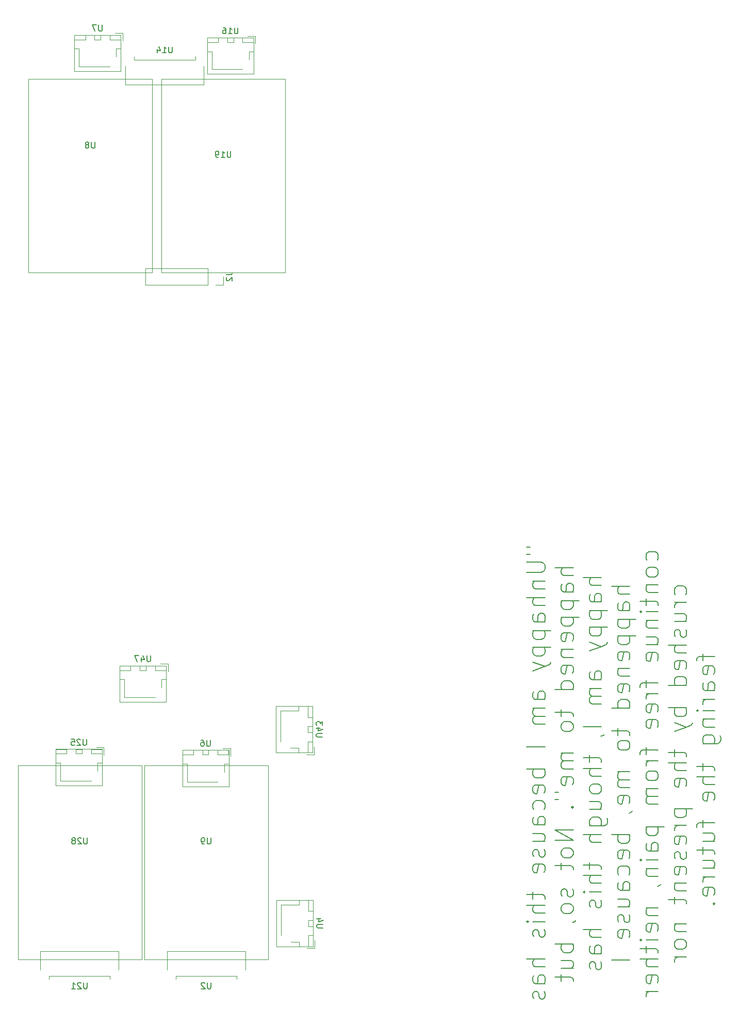
<source format=gbr>
G04 #@! TF.GenerationSoftware,KiCad,Pcbnew,5.1.5+dfsg1-2build2*
G04 #@! TF.CreationDate,2021-01-06T19:09:04+01:00*
G04 #@! TF.ProjectId,ariadne-v3-backup,61726961-646e-4652-9d76-332d6261636b,rev?*
G04 #@! TF.SameCoordinates,Original*
G04 #@! TF.FileFunction,Legend,Bot*
G04 #@! TF.FilePolarity,Positive*
%FSLAX46Y46*%
G04 Gerber Fmt 4.6, Leading zero omitted, Abs format (unit mm)*
G04 Created by KiCad (PCBNEW 5.1.5+dfsg1-2build2) date 2021-01-06 19:09:04*
%MOMM*%
%LPD*%
G04 APERTURE LIST*
%ADD10C,0.150000*%
%ADD11C,0.120000*%
G04 APERTURE END LIST*
D10*
X105277142Y-98195714D02*
X105848571Y-98195714D01*
X105277142Y-99338571D02*
X105848571Y-99338571D01*
X105277142Y-100624285D02*
X107705714Y-100624285D01*
X107991428Y-100767142D01*
X108134285Y-100910000D01*
X108277142Y-101195714D01*
X108277142Y-101767142D01*
X108134285Y-102052857D01*
X107991428Y-102195714D01*
X107705714Y-102338571D01*
X105277142Y-102338571D01*
X106277142Y-103767142D02*
X108277142Y-103767142D01*
X106562857Y-103767142D02*
X106420000Y-103910000D01*
X106277142Y-104195714D01*
X106277142Y-104624285D01*
X106420000Y-104910000D01*
X106705714Y-105052857D01*
X108277142Y-105052857D01*
X108277142Y-106481428D02*
X105277142Y-106481428D01*
X108277142Y-107767142D02*
X106705714Y-107767142D01*
X106420000Y-107624285D01*
X106277142Y-107338571D01*
X106277142Y-106910000D01*
X106420000Y-106624285D01*
X106562857Y-106481428D01*
X108277142Y-110481428D02*
X106705714Y-110481428D01*
X106420000Y-110338571D01*
X106277142Y-110052857D01*
X106277142Y-109481428D01*
X106420000Y-109195714D01*
X108134285Y-110481428D02*
X108277142Y-110195714D01*
X108277142Y-109481428D01*
X108134285Y-109195714D01*
X107848571Y-109052857D01*
X107562857Y-109052857D01*
X107277142Y-109195714D01*
X107134285Y-109481428D01*
X107134285Y-110195714D01*
X106991428Y-110481428D01*
X106277142Y-111910000D02*
X109277142Y-111910000D01*
X106420000Y-111910000D02*
X106277142Y-112195714D01*
X106277142Y-112767142D01*
X106420000Y-113052857D01*
X106562857Y-113195714D01*
X106848571Y-113338571D01*
X107705714Y-113338571D01*
X107991428Y-113195714D01*
X108134285Y-113052857D01*
X108277142Y-112767142D01*
X108277142Y-112195714D01*
X108134285Y-111910000D01*
X106277142Y-114624285D02*
X109277142Y-114624285D01*
X106420000Y-114624285D02*
X106277142Y-114910000D01*
X106277142Y-115481428D01*
X106420000Y-115767142D01*
X106562857Y-115910000D01*
X106848571Y-116052857D01*
X107705714Y-116052857D01*
X107991428Y-115910000D01*
X108134285Y-115767142D01*
X108277142Y-115481428D01*
X108277142Y-114910000D01*
X108134285Y-114624285D01*
X106277142Y-117052857D02*
X108277142Y-117767142D01*
X106277142Y-118481428D02*
X108277142Y-117767142D01*
X108991428Y-117481428D01*
X109134285Y-117338571D01*
X109277142Y-117052857D01*
X108277142Y-123195714D02*
X106705714Y-123195714D01*
X106420000Y-123052857D01*
X106277142Y-122767142D01*
X106277142Y-122195714D01*
X106420000Y-121910000D01*
X108134285Y-123195714D02*
X108277142Y-122910000D01*
X108277142Y-122195714D01*
X108134285Y-121910000D01*
X107848571Y-121767142D01*
X107562857Y-121767142D01*
X107277142Y-121910000D01*
X107134285Y-122195714D01*
X107134285Y-122910000D01*
X106991428Y-123195714D01*
X108277142Y-124624285D02*
X106277142Y-124624285D01*
X106562857Y-124624285D02*
X106420000Y-124767142D01*
X106277142Y-125052857D01*
X106277142Y-125481428D01*
X106420000Y-125767142D01*
X106705714Y-125910000D01*
X108277142Y-125910000D01*
X106705714Y-125910000D02*
X106420000Y-126052857D01*
X106277142Y-126338571D01*
X106277142Y-126767142D01*
X106420000Y-127052857D01*
X106705714Y-127195714D01*
X108277142Y-127195714D01*
X108277142Y-130910000D02*
X105277142Y-130910000D01*
X108277142Y-134624285D02*
X105277142Y-134624285D01*
X106420000Y-134624285D02*
X106277142Y-134910000D01*
X106277142Y-135481428D01*
X106420000Y-135767142D01*
X106562857Y-135910000D01*
X106848571Y-136052857D01*
X107705714Y-136052857D01*
X107991428Y-135910000D01*
X108134285Y-135767142D01*
X108277142Y-135481428D01*
X108277142Y-134910000D01*
X108134285Y-134624285D01*
X108134285Y-138481428D02*
X108277142Y-138195714D01*
X108277142Y-137624285D01*
X108134285Y-137338571D01*
X107848571Y-137195714D01*
X106705714Y-137195714D01*
X106420000Y-137338571D01*
X106277142Y-137624285D01*
X106277142Y-138195714D01*
X106420000Y-138481428D01*
X106705714Y-138624285D01*
X106991428Y-138624285D01*
X107277142Y-137195714D01*
X108134285Y-141195714D02*
X108277142Y-140910000D01*
X108277142Y-140338571D01*
X108134285Y-140052857D01*
X107991428Y-139910000D01*
X107705714Y-139767142D01*
X106848571Y-139767142D01*
X106562857Y-139910000D01*
X106420000Y-140052857D01*
X106277142Y-140338571D01*
X106277142Y-140910000D01*
X106420000Y-141195714D01*
X108277142Y-143767142D02*
X106705714Y-143767142D01*
X106420000Y-143624285D01*
X106277142Y-143338571D01*
X106277142Y-142767142D01*
X106420000Y-142481428D01*
X108134285Y-143767142D02*
X108277142Y-143481428D01*
X108277142Y-142767142D01*
X108134285Y-142481428D01*
X107848571Y-142338571D01*
X107562857Y-142338571D01*
X107277142Y-142481428D01*
X107134285Y-142767142D01*
X107134285Y-143481428D01*
X106991428Y-143767142D01*
X106277142Y-146481428D02*
X108277142Y-146481428D01*
X106277142Y-145195714D02*
X107848571Y-145195714D01*
X108134285Y-145338571D01*
X108277142Y-145624285D01*
X108277142Y-146052857D01*
X108134285Y-146338571D01*
X107991428Y-146481428D01*
X108134285Y-147767142D02*
X108277142Y-148052857D01*
X108277142Y-148624285D01*
X108134285Y-148910000D01*
X107848571Y-149052857D01*
X107705714Y-149052857D01*
X107420000Y-148910000D01*
X107277142Y-148624285D01*
X107277142Y-148195714D01*
X107134285Y-147910000D01*
X106848571Y-147767142D01*
X106705714Y-147767142D01*
X106420000Y-147910000D01*
X106277142Y-148195714D01*
X106277142Y-148624285D01*
X106420000Y-148910000D01*
X108134285Y-151481428D02*
X108277142Y-151195714D01*
X108277142Y-150624285D01*
X108134285Y-150338571D01*
X107848571Y-150195714D01*
X106705714Y-150195714D01*
X106420000Y-150338571D01*
X106277142Y-150624285D01*
X106277142Y-151195714D01*
X106420000Y-151481428D01*
X106705714Y-151624285D01*
X106991428Y-151624285D01*
X107277142Y-150195714D01*
X106277142Y-154767142D02*
X106277142Y-155910000D01*
X105277142Y-155195714D02*
X107848571Y-155195714D01*
X108134285Y-155338571D01*
X108277142Y-155624285D01*
X108277142Y-155910000D01*
X108277142Y-156910000D02*
X105277142Y-156910000D01*
X108277142Y-158195714D02*
X106705714Y-158195714D01*
X106420000Y-158052857D01*
X106277142Y-157767142D01*
X106277142Y-157338571D01*
X106420000Y-157052857D01*
X106562857Y-156910000D01*
X108277142Y-159624285D02*
X106277142Y-159624285D01*
X105277142Y-159624285D02*
X105420000Y-159481428D01*
X105562857Y-159624285D01*
X105420000Y-159767142D01*
X105277142Y-159624285D01*
X105562857Y-159624285D01*
X108134285Y-160910000D02*
X108277142Y-161195714D01*
X108277142Y-161767142D01*
X108134285Y-162052857D01*
X107848571Y-162195714D01*
X107705714Y-162195714D01*
X107420000Y-162052857D01*
X107277142Y-161767142D01*
X107277142Y-161338571D01*
X107134285Y-161052857D01*
X106848571Y-160910000D01*
X106705714Y-160910000D01*
X106420000Y-161052857D01*
X106277142Y-161338571D01*
X106277142Y-161767142D01*
X106420000Y-162052857D01*
X108277142Y-165767142D02*
X105277142Y-165767142D01*
X108277142Y-167052857D02*
X106705714Y-167052857D01*
X106420000Y-166910000D01*
X106277142Y-166624285D01*
X106277142Y-166195714D01*
X106420000Y-165910000D01*
X106562857Y-165767142D01*
X108277142Y-169767142D02*
X106705714Y-169767142D01*
X106420000Y-169624285D01*
X106277142Y-169338571D01*
X106277142Y-168767142D01*
X106420000Y-168481428D01*
X108134285Y-169767142D02*
X108277142Y-169481428D01*
X108277142Y-168767142D01*
X108134285Y-168481428D01*
X107848571Y-168338571D01*
X107562857Y-168338571D01*
X107277142Y-168481428D01*
X107134285Y-168767142D01*
X107134285Y-169481428D01*
X106991428Y-169767142D01*
X108134285Y-171052857D02*
X108277142Y-171338571D01*
X108277142Y-171910000D01*
X108134285Y-172195714D01*
X107848571Y-172338571D01*
X107705714Y-172338571D01*
X107420000Y-172195714D01*
X107277142Y-171910000D01*
X107277142Y-171481428D01*
X107134285Y-171195714D01*
X106848571Y-171052857D01*
X106705714Y-171052857D01*
X106420000Y-171195714D01*
X106277142Y-171481428D01*
X106277142Y-171910000D01*
X106420000Y-172195714D01*
X112927142Y-101552857D02*
X109927142Y-101552857D01*
X112927142Y-102838571D02*
X111355714Y-102838571D01*
X111070000Y-102695714D01*
X110927142Y-102410000D01*
X110927142Y-101981428D01*
X111070000Y-101695714D01*
X111212857Y-101552857D01*
X112927142Y-105552857D02*
X111355714Y-105552857D01*
X111070000Y-105410000D01*
X110927142Y-105124285D01*
X110927142Y-104552857D01*
X111070000Y-104267142D01*
X112784285Y-105552857D02*
X112927142Y-105267142D01*
X112927142Y-104552857D01*
X112784285Y-104267142D01*
X112498571Y-104124285D01*
X112212857Y-104124285D01*
X111927142Y-104267142D01*
X111784285Y-104552857D01*
X111784285Y-105267142D01*
X111641428Y-105552857D01*
X110927142Y-106981428D02*
X113927142Y-106981428D01*
X111070000Y-106981428D02*
X110927142Y-107267142D01*
X110927142Y-107838571D01*
X111070000Y-108124285D01*
X111212857Y-108267142D01*
X111498571Y-108410000D01*
X112355714Y-108410000D01*
X112641428Y-108267142D01*
X112784285Y-108124285D01*
X112927142Y-107838571D01*
X112927142Y-107267142D01*
X112784285Y-106981428D01*
X110927142Y-109695714D02*
X113927142Y-109695714D01*
X111070000Y-109695714D02*
X110927142Y-109981428D01*
X110927142Y-110552857D01*
X111070000Y-110838571D01*
X111212857Y-110981428D01*
X111498571Y-111124285D01*
X112355714Y-111124285D01*
X112641428Y-110981428D01*
X112784285Y-110838571D01*
X112927142Y-110552857D01*
X112927142Y-109981428D01*
X112784285Y-109695714D01*
X112784285Y-113552857D02*
X112927142Y-113267142D01*
X112927142Y-112695714D01*
X112784285Y-112410000D01*
X112498571Y-112267142D01*
X111355714Y-112267142D01*
X111070000Y-112410000D01*
X110927142Y-112695714D01*
X110927142Y-113267142D01*
X111070000Y-113552857D01*
X111355714Y-113695714D01*
X111641428Y-113695714D01*
X111927142Y-112267142D01*
X110927142Y-114981428D02*
X112927142Y-114981428D01*
X111212857Y-114981428D02*
X111070000Y-115124285D01*
X110927142Y-115410000D01*
X110927142Y-115838571D01*
X111070000Y-116124285D01*
X111355714Y-116267142D01*
X112927142Y-116267142D01*
X112784285Y-118838571D02*
X112927142Y-118552857D01*
X112927142Y-117981428D01*
X112784285Y-117695714D01*
X112498571Y-117552857D01*
X111355714Y-117552857D01*
X111070000Y-117695714D01*
X110927142Y-117981428D01*
X110927142Y-118552857D01*
X111070000Y-118838571D01*
X111355714Y-118981428D01*
X111641428Y-118981428D01*
X111927142Y-117552857D01*
X112927142Y-121552857D02*
X109927142Y-121552857D01*
X112784285Y-121552857D02*
X112927142Y-121267142D01*
X112927142Y-120695714D01*
X112784285Y-120410000D01*
X112641428Y-120267142D01*
X112355714Y-120124285D01*
X111498571Y-120124285D01*
X111212857Y-120267142D01*
X111070000Y-120410000D01*
X110927142Y-120695714D01*
X110927142Y-121267142D01*
X111070000Y-121552857D01*
X110927142Y-124838571D02*
X110927142Y-125981428D01*
X109927142Y-125267142D02*
X112498571Y-125267142D01*
X112784285Y-125410000D01*
X112927142Y-125695714D01*
X112927142Y-125981428D01*
X112927142Y-127410000D02*
X112784285Y-127124285D01*
X112641428Y-126981428D01*
X112355714Y-126838571D01*
X111498571Y-126838571D01*
X111212857Y-126981428D01*
X111070000Y-127124285D01*
X110927142Y-127410000D01*
X110927142Y-127838571D01*
X111070000Y-128124285D01*
X111212857Y-128267142D01*
X111498571Y-128410000D01*
X112355714Y-128410000D01*
X112641428Y-128267142D01*
X112784285Y-128124285D01*
X112927142Y-127838571D01*
X112927142Y-127410000D01*
X112927142Y-131981428D02*
X110927142Y-131981428D01*
X111212857Y-131981428D02*
X111070000Y-132124285D01*
X110927142Y-132410000D01*
X110927142Y-132838571D01*
X111070000Y-133124285D01*
X111355714Y-133267142D01*
X112927142Y-133267142D01*
X111355714Y-133267142D02*
X111070000Y-133410000D01*
X110927142Y-133695714D01*
X110927142Y-134124285D01*
X111070000Y-134410000D01*
X111355714Y-134552857D01*
X112927142Y-134552857D01*
X112784285Y-137124285D02*
X112927142Y-136838571D01*
X112927142Y-136267142D01*
X112784285Y-135981428D01*
X112498571Y-135838571D01*
X111355714Y-135838571D01*
X111070000Y-135981428D01*
X110927142Y-136267142D01*
X110927142Y-136838571D01*
X111070000Y-137124285D01*
X111355714Y-137267142D01*
X111641428Y-137267142D01*
X111927142Y-135838571D01*
X109927142Y-138410000D02*
X110498571Y-138410000D01*
X109927142Y-139552857D02*
X110498571Y-139552857D01*
X112641428Y-140838571D02*
X112784285Y-140981428D01*
X112927142Y-140838571D01*
X112784285Y-140695714D01*
X112641428Y-140838571D01*
X112927142Y-140838571D01*
X112927142Y-144552857D02*
X109927142Y-144552857D01*
X112927142Y-146267142D01*
X109927142Y-146267142D01*
X112927142Y-148124285D02*
X112784285Y-147838571D01*
X112641428Y-147695714D01*
X112355714Y-147552857D01*
X111498571Y-147552857D01*
X111212857Y-147695714D01*
X111070000Y-147838571D01*
X110927142Y-148124285D01*
X110927142Y-148552857D01*
X111070000Y-148838571D01*
X111212857Y-148981428D01*
X111498571Y-149124285D01*
X112355714Y-149124285D01*
X112641428Y-148981428D01*
X112784285Y-148838571D01*
X112927142Y-148552857D01*
X112927142Y-148124285D01*
X110927142Y-149981428D02*
X110927142Y-151124285D01*
X109927142Y-150410000D02*
X112498571Y-150410000D01*
X112784285Y-150552857D01*
X112927142Y-150838571D01*
X112927142Y-151124285D01*
X112784285Y-154267142D02*
X112927142Y-154552857D01*
X112927142Y-155124285D01*
X112784285Y-155410000D01*
X112498571Y-155552857D01*
X112355714Y-155552857D01*
X112070000Y-155410000D01*
X111927142Y-155124285D01*
X111927142Y-154695714D01*
X111784285Y-154410000D01*
X111498571Y-154267142D01*
X111355714Y-154267142D01*
X111070000Y-154410000D01*
X110927142Y-154695714D01*
X110927142Y-155124285D01*
X111070000Y-155410000D01*
X112927142Y-157267142D02*
X112784285Y-156981428D01*
X112641428Y-156838571D01*
X112355714Y-156695714D01*
X111498571Y-156695714D01*
X111212857Y-156838571D01*
X111070000Y-156981428D01*
X110927142Y-157267142D01*
X110927142Y-157695714D01*
X111070000Y-157981428D01*
X111212857Y-158124285D01*
X111498571Y-158267142D01*
X112355714Y-158267142D01*
X112641428Y-158124285D01*
X112784285Y-157981428D01*
X112927142Y-157695714D01*
X112927142Y-157267142D01*
X112784285Y-159695714D02*
X112927142Y-159695714D01*
X113212857Y-159552857D01*
X113355714Y-159410000D01*
X112927142Y-163267142D02*
X109927142Y-163267142D01*
X111070000Y-163267142D02*
X110927142Y-163552857D01*
X110927142Y-164124285D01*
X111070000Y-164410000D01*
X111212857Y-164552857D01*
X111498571Y-164695714D01*
X112355714Y-164695714D01*
X112641428Y-164552857D01*
X112784285Y-164410000D01*
X112927142Y-164124285D01*
X112927142Y-163552857D01*
X112784285Y-163267142D01*
X110927142Y-167267142D02*
X112927142Y-167267142D01*
X110927142Y-165981428D02*
X112498571Y-165981428D01*
X112784285Y-166124285D01*
X112927142Y-166410000D01*
X112927142Y-166838571D01*
X112784285Y-167124285D01*
X112641428Y-167267142D01*
X110927142Y-168267142D02*
X110927142Y-169410000D01*
X109927142Y-168695714D02*
X112498571Y-168695714D01*
X112784285Y-168838571D01*
X112927142Y-169124285D01*
X112927142Y-169410000D01*
X117577142Y-103195714D02*
X114577142Y-103195714D01*
X117577142Y-104481428D02*
X116005714Y-104481428D01*
X115720000Y-104338571D01*
X115577142Y-104052857D01*
X115577142Y-103624285D01*
X115720000Y-103338571D01*
X115862857Y-103195714D01*
X117577142Y-107195714D02*
X116005714Y-107195714D01*
X115720000Y-107052857D01*
X115577142Y-106767142D01*
X115577142Y-106195714D01*
X115720000Y-105910000D01*
X117434285Y-107195714D02*
X117577142Y-106910000D01*
X117577142Y-106195714D01*
X117434285Y-105910000D01*
X117148571Y-105767142D01*
X116862857Y-105767142D01*
X116577142Y-105910000D01*
X116434285Y-106195714D01*
X116434285Y-106910000D01*
X116291428Y-107195714D01*
X115577142Y-108624285D02*
X118577142Y-108624285D01*
X115720000Y-108624285D02*
X115577142Y-108910000D01*
X115577142Y-109481428D01*
X115720000Y-109767142D01*
X115862857Y-109910000D01*
X116148571Y-110052857D01*
X117005714Y-110052857D01*
X117291428Y-109910000D01*
X117434285Y-109767142D01*
X117577142Y-109481428D01*
X117577142Y-108910000D01*
X117434285Y-108624285D01*
X115577142Y-111338571D02*
X118577142Y-111338571D01*
X115720000Y-111338571D02*
X115577142Y-111624285D01*
X115577142Y-112195714D01*
X115720000Y-112481428D01*
X115862857Y-112624285D01*
X116148571Y-112767142D01*
X117005714Y-112767142D01*
X117291428Y-112624285D01*
X117434285Y-112481428D01*
X117577142Y-112195714D01*
X117577142Y-111624285D01*
X117434285Y-111338571D01*
X115577142Y-113767142D02*
X117577142Y-114481428D01*
X115577142Y-115195714D02*
X117577142Y-114481428D01*
X118291428Y-114195714D01*
X118434285Y-114052857D01*
X118577142Y-113767142D01*
X117577142Y-119910000D02*
X116005714Y-119910000D01*
X115720000Y-119767142D01*
X115577142Y-119481428D01*
X115577142Y-118910000D01*
X115720000Y-118624285D01*
X117434285Y-119910000D02*
X117577142Y-119624285D01*
X117577142Y-118910000D01*
X117434285Y-118624285D01*
X117148571Y-118481428D01*
X116862857Y-118481428D01*
X116577142Y-118624285D01*
X116434285Y-118910000D01*
X116434285Y-119624285D01*
X116291428Y-119910000D01*
X117577142Y-121338571D02*
X115577142Y-121338571D01*
X115862857Y-121338571D02*
X115720000Y-121481428D01*
X115577142Y-121767142D01*
X115577142Y-122195714D01*
X115720000Y-122481428D01*
X116005714Y-122624285D01*
X117577142Y-122624285D01*
X116005714Y-122624285D02*
X115720000Y-122767142D01*
X115577142Y-123052857D01*
X115577142Y-123481428D01*
X115720000Y-123767142D01*
X116005714Y-123910000D01*
X117577142Y-123910000D01*
X117577142Y-127624285D02*
X114577142Y-127624285D01*
X117434285Y-129195714D02*
X117577142Y-129195714D01*
X117862857Y-129052857D01*
X118005714Y-128910000D01*
X115577142Y-132338571D02*
X115577142Y-133481428D01*
X114577142Y-132767142D02*
X117148571Y-132767142D01*
X117434285Y-132910000D01*
X117577142Y-133195714D01*
X117577142Y-133481428D01*
X117577142Y-134481428D02*
X114577142Y-134481428D01*
X117577142Y-135767142D02*
X116005714Y-135767142D01*
X115720000Y-135624285D01*
X115577142Y-135338571D01*
X115577142Y-134910000D01*
X115720000Y-134624285D01*
X115862857Y-134481428D01*
X117577142Y-137624285D02*
X117434285Y-137338571D01*
X117291428Y-137195714D01*
X117005714Y-137052857D01*
X116148571Y-137052857D01*
X115862857Y-137195714D01*
X115720000Y-137338571D01*
X115577142Y-137624285D01*
X115577142Y-138052857D01*
X115720000Y-138338571D01*
X115862857Y-138481428D01*
X116148571Y-138624285D01*
X117005714Y-138624285D01*
X117291428Y-138481428D01*
X117434285Y-138338571D01*
X117577142Y-138052857D01*
X117577142Y-137624285D01*
X115577142Y-141195714D02*
X117577142Y-141195714D01*
X115577142Y-139910000D02*
X117148571Y-139910000D01*
X117434285Y-140052857D01*
X117577142Y-140338571D01*
X117577142Y-140767142D01*
X117434285Y-141052857D01*
X117291428Y-141195714D01*
X115577142Y-143910000D02*
X118005714Y-143910000D01*
X118291428Y-143767142D01*
X118434285Y-143624285D01*
X118577142Y-143338571D01*
X118577142Y-142910000D01*
X118434285Y-142624285D01*
X117434285Y-143910000D02*
X117577142Y-143624285D01*
X117577142Y-143052857D01*
X117434285Y-142767142D01*
X117291428Y-142624285D01*
X117005714Y-142481428D01*
X116148571Y-142481428D01*
X115862857Y-142624285D01*
X115720000Y-142767142D01*
X115577142Y-143052857D01*
X115577142Y-143624285D01*
X115720000Y-143910000D01*
X117577142Y-145338571D02*
X114577142Y-145338571D01*
X117577142Y-146624285D02*
X116005714Y-146624285D01*
X115720000Y-146481428D01*
X115577142Y-146195714D01*
X115577142Y-145767142D01*
X115720000Y-145481428D01*
X115862857Y-145338571D01*
X115577142Y-149910000D02*
X115577142Y-151052857D01*
X114577142Y-150338571D02*
X117148571Y-150338571D01*
X117434285Y-150481428D01*
X117577142Y-150767142D01*
X117577142Y-151052857D01*
X117577142Y-152052857D02*
X114577142Y-152052857D01*
X117577142Y-153338571D02*
X116005714Y-153338571D01*
X115720000Y-153195714D01*
X115577142Y-152910000D01*
X115577142Y-152481428D01*
X115720000Y-152195714D01*
X115862857Y-152052857D01*
X117577142Y-154767142D02*
X115577142Y-154767142D01*
X114577142Y-154767142D02*
X114720000Y-154624285D01*
X114862857Y-154767142D01*
X114720000Y-154910000D01*
X114577142Y-154767142D01*
X114862857Y-154767142D01*
X117434285Y-156052857D02*
X117577142Y-156338571D01*
X117577142Y-156910000D01*
X117434285Y-157195714D01*
X117148571Y-157338571D01*
X117005714Y-157338571D01*
X116720000Y-157195714D01*
X116577142Y-156910000D01*
X116577142Y-156481428D01*
X116434285Y-156195714D01*
X116148571Y-156052857D01*
X116005714Y-156052857D01*
X115720000Y-156195714D01*
X115577142Y-156481428D01*
X115577142Y-156910000D01*
X115720000Y-157195714D01*
X117577142Y-160910000D02*
X114577142Y-160910000D01*
X117577142Y-162195714D02*
X116005714Y-162195714D01*
X115720000Y-162052857D01*
X115577142Y-161767142D01*
X115577142Y-161338571D01*
X115720000Y-161052857D01*
X115862857Y-160910000D01*
X117577142Y-164910000D02*
X116005714Y-164910000D01*
X115720000Y-164767142D01*
X115577142Y-164481428D01*
X115577142Y-163910000D01*
X115720000Y-163624285D01*
X117434285Y-164910000D02*
X117577142Y-164624285D01*
X117577142Y-163910000D01*
X117434285Y-163624285D01*
X117148571Y-163481428D01*
X116862857Y-163481428D01*
X116577142Y-163624285D01*
X116434285Y-163910000D01*
X116434285Y-164624285D01*
X116291428Y-164910000D01*
X117434285Y-166195714D02*
X117577142Y-166481428D01*
X117577142Y-167052857D01*
X117434285Y-167338571D01*
X117148571Y-167481428D01*
X117005714Y-167481428D01*
X116720000Y-167338571D01*
X116577142Y-167052857D01*
X116577142Y-166624285D01*
X116434285Y-166338571D01*
X116148571Y-166195714D01*
X116005714Y-166195714D01*
X115720000Y-166338571D01*
X115577142Y-166624285D01*
X115577142Y-167052857D01*
X115720000Y-167338571D01*
X122227142Y-104624285D02*
X119227142Y-104624285D01*
X122227142Y-105910000D02*
X120655714Y-105910000D01*
X120370000Y-105767142D01*
X120227142Y-105481428D01*
X120227142Y-105052857D01*
X120370000Y-104767142D01*
X120512857Y-104624285D01*
X122227142Y-108624285D02*
X120655714Y-108624285D01*
X120370000Y-108481428D01*
X120227142Y-108195714D01*
X120227142Y-107624285D01*
X120370000Y-107338571D01*
X122084285Y-108624285D02*
X122227142Y-108338571D01*
X122227142Y-107624285D01*
X122084285Y-107338571D01*
X121798571Y-107195714D01*
X121512857Y-107195714D01*
X121227142Y-107338571D01*
X121084285Y-107624285D01*
X121084285Y-108338571D01*
X120941428Y-108624285D01*
X120227142Y-110052857D02*
X123227142Y-110052857D01*
X120370000Y-110052857D02*
X120227142Y-110338571D01*
X120227142Y-110910000D01*
X120370000Y-111195714D01*
X120512857Y-111338571D01*
X120798571Y-111481428D01*
X121655714Y-111481428D01*
X121941428Y-111338571D01*
X122084285Y-111195714D01*
X122227142Y-110910000D01*
X122227142Y-110338571D01*
X122084285Y-110052857D01*
X120227142Y-112767142D02*
X123227142Y-112767142D01*
X120370000Y-112767142D02*
X120227142Y-113052857D01*
X120227142Y-113624285D01*
X120370000Y-113910000D01*
X120512857Y-114052857D01*
X120798571Y-114195714D01*
X121655714Y-114195714D01*
X121941428Y-114052857D01*
X122084285Y-113910000D01*
X122227142Y-113624285D01*
X122227142Y-113052857D01*
X122084285Y-112767142D01*
X122084285Y-116624285D02*
X122227142Y-116338571D01*
X122227142Y-115767142D01*
X122084285Y-115481428D01*
X121798571Y-115338571D01*
X120655714Y-115338571D01*
X120370000Y-115481428D01*
X120227142Y-115767142D01*
X120227142Y-116338571D01*
X120370000Y-116624285D01*
X120655714Y-116767142D01*
X120941428Y-116767142D01*
X121227142Y-115338571D01*
X120227142Y-118052857D02*
X122227142Y-118052857D01*
X120512857Y-118052857D02*
X120370000Y-118195714D01*
X120227142Y-118481428D01*
X120227142Y-118910000D01*
X120370000Y-119195714D01*
X120655714Y-119338571D01*
X122227142Y-119338571D01*
X122084285Y-121910000D02*
X122227142Y-121624285D01*
X122227142Y-121052857D01*
X122084285Y-120767142D01*
X121798571Y-120624285D01*
X120655714Y-120624285D01*
X120370000Y-120767142D01*
X120227142Y-121052857D01*
X120227142Y-121624285D01*
X120370000Y-121910000D01*
X120655714Y-122052857D01*
X120941428Y-122052857D01*
X121227142Y-120624285D01*
X122227142Y-124624285D02*
X119227142Y-124624285D01*
X122084285Y-124624285D02*
X122227142Y-124338571D01*
X122227142Y-123767142D01*
X122084285Y-123481428D01*
X121941428Y-123338571D01*
X121655714Y-123195714D01*
X120798571Y-123195714D01*
X120512857Y-123338571D01*
X120370000Y-123481428D01*
X120227142Y-123767142D01*
X120227142Y-124338571D01*
X120370000Y-124624285D01*
X120227142Y-127910000D02*
X120227142Y-129052857D01*
X119227142Y-128338571D02*
X121798571Y-128338571D01*
X122084285Y-128481428D01*
X122227142Y-128767142D01*
X122227142Y-129052857D01*
X122227142Y-130481428D02*
X122084285Y-130195714D01*
X121941428Y-130052857D01*
X121655714Y-129910000D01*
X120798571Y-129910000D01*
X120512857Y-130052857D01*
X120370000Y-130195714D01*
X120227142Y-130481428D01*
X120227142Y-130910000D01*
X120370000Y-131195714D01*
X120512857Y-131338571D01*
X120798571Y-131481428D01*
X121655714Y-131481428D01*
X121941428Y-131338571D01*
X122084285Y-131195714D01*
X122227142Y-130910000D01*
X122227142Y-130481428D01*
X122227142Y-135052857D02*
X120227142Y-135052857D01*
X120512857Y-135052857D02*
X120370000Y-135195714D01*
X120227142Y-135481428D01*
X120227142Y-135910000D01*
X120370000Y-136195714D01*
X120655714Y-136338571D01*
X122227142Y-136338571D01*
X120655714Y-136338571D02*
X120370000Y-136481428D01*
X120227142Y-136767142D01*
X120227142Y-137195714D01*
X120370000Y-137481428D01*
X120655714Y-137624285D01*
X122227142Y-137624285D01*
X122084285Y-140195714D02*
X122227142Y-139910000D01*
X122227142Y-139338571D01*
X122084285Y-139052857D01*
X121798571Y-138910000D01*
X120655714Y-138910000D01*
X120370000Y-139052857D01*
X120227142Y-139338571D01*
X120227142Y-139910000D01*
X120370000Y-140195714D01*
X120655714Y-140338571D01*
X120941428Y-140338571D01*
X121227142Y-138910000D01*
X122084285Y-141767142D02*
X122227142Y-141767142D01*
X122512857Y-141624285D01*
X122655714Y-141481428D01*
X122227142Y-145338571D02*
X119227142Y-145338571D01*
X120370000Y-145338571D02*
X120227142Y-145624285D01*
X120227142Y-146195714D01*
X120370000Y-146481428D01*
X120512857Y-146624285D01*
X120798571Y-146767142D01*
X121655714Y-146767142D01*
X121941428Y-146624285D01*
X122084285Y-146481428D01*
X122227142Y-146195714D01*
X122227142Y-145624285D01*
X122084285Y-145338571D01*
X122084285Y-149195714D02*
X122227142Y-148910000D01*
X122227142Y-148338571D01*
X122084285Y-148052857D01*
X121798571Y-147910000D01*
X120655714Y-147910000D01*
X120370000Y-148052857D01*
X120227142Y-148338571D01*
X120227142Y-148910000D01*
X120370000Y-149195714D01*
X120655714Y-149338571D01*
X120941428Y-149338571D01*
X121227142Y-147910000D01*
X122084285Y-151910000D02*
X122227142Y-151624285D01*
X122227142Y-151052857D01*
X122084285Y-150767142D01*
X121941428Y-150624285D01*
X121655714Y-150481428D01*
X120798571Y-150481428D01*
X120512857Y-150624285D01*
X120370000Y-150767142D01*
X120227142Y-151052857D01*
X120227142Y-151624285D01*
X120370000Y-151910000D01*
X122227142Y-154481428D02*
X120655714Y-154481428D01*
X120370000Y-154338571D01*
X120227142Y-154052857D01*
X120227142Y-153481428D01*
X120370000Y-153195714D01*
X122084285Y-154481428D02*
X122227142Y-154195714D01*
X122227142Y-153481428D01*
X122084285Y-153195714D01*
X121798571Y-153052857D01*
X121512857Y-153052857D01*
X121227142Y-153195714D01*
X121084285Y-153481428D01*
X121084285Y-154195714D01*
X120941428Y-154481428D01*
X120227142Y-157195714D02*
X122227142Y-157195714D01*
X120227142Y-155910000D02*
X121798571Y-155910000D01*
X122084285Y-156052857D01*
X122227142Y-156338571D01*
X122227142Y-156767142D01*
X122084285Y-157052857D01*
X121941428Y-157195714D01*
X122084285Y-158481428D02*
X122227142Y-158767142D01*
X122227142Y-159338571D01*
X122084285Y-159624285D01*
X121798571Y-159767142D01*
X121655714Y-159767142D01*
X121370000Y-159624285D01*
X121227142Y-159338571D01*
X121227142Y-158910000D01*
X121084285Y-158624285D01*
X120798571Y-158481428D01*
X120655714Y-158481428D01*
X120370000Y-158624285D01*
X120227142Y-158910000D01*
X120227142Y-159338571D01*
X120370000Y-159624285D01*
X122084285Y-162195714D02*
X122227142Y-161910000D01*
X122227142Y-161338571D01*
X122084285Y-161052857D01*
X121798571Y-160910000D01*
X120655714Y-160910000D01*
X120370000Y-161052857D01*
X120227142Y-161338571D01*
X120227142Y-161910000D01*
X120370000Y-162195714D01*
X120655714Y-162338571D01*
X120941428Y-162338571D01*
X121227142Y-160910000D01*
X122227142Y-165910000D02*
X119227142Y-165910000D01*
X126734285Y-100338571D02*
X126877142Y-100052857D01*
X126877142Y-99481428D01*
X126734285Y-99195714D01*
X126591428Y-99052857D01*
X126305714Y-98910000D01*
X125448571Y-98910000D01*
X125162857Y-99052857D01*
X125020000Y-99195714D01*
X124877142Y-99481428D01*
X124877142Y-100052857D01*
X125020000Y-100338571D01*
X126877142Y-102052857D02*
X126734285Y-101767142D01*
X126591428Y-101624285D01*
X126305714Y-101481428D01*
X125448571Y-101481428D01*
X125162857Y-101624285D01*
X125020000Y-101767142D01*
X124877142Y-102052857D01*
X124877142Y-102481428D01*
X125020000Y-102767142D01*
X125162857Y-102910000D01*
X125448571Y-103052857D01*
X126305714Y-103052857D01*
X126591428Y-102910000D01*
X126734285Y-102767142D01*
X126877142Y-102481428D01*
X126877142Y-102052857D01*
X124877142Y-104338571D02*
X126877142Y-104338571D01*
X125162857Y-104338571D02*
X125020000Y-104481428D01*
X124877142Y-104767142D01*
X124877142Y-105195714D01*
X125020000Y-105481428D01*
X125305714Y-105624285D01*
X126877142Y-105624285D01*
X124877142Y-106624285D02*
X124877142Y-107767142D01*
X123877142Y-107052857D02*
X126448571Y-107052857D01*
X126734285Y-107195714D01*
X126877142Y-107481428D01*
X126877142Y-107767142D01*
X126877142Y-108767142D02*
X124877142Y-108767142D01*
X123877142Y-108767142D02*
X124020000Y-108624285D01*
X124162857Y-108767142D01*
X124020000Y-108910000D01*
X123877142Y-108767142D01*
X124162857Y-108767142D01*
X124877142Y-110195714D02*
X126877142Y-110195714D01*
X125162857Y-110195714D02*
X125020000Y-110338571D01*
X124877142Y-110624285D01*
X124877142Y-111052857D01*
X125020000Y-111338571D01*
X125305714Y-111481428D01*
X126877142Y-111481428D01*
X124877142Y-114195714D02*
X126877142Y-114195714D01*
X124877142Y-112910000D02*
X126448571Y-112910000D01*
X126734285Y-113052857D01*
X126877142Y-113338571D01*
X126877142Y-113767142D01*
X126734285Y-114052857D01*
X126591428Y-114195714D01*
X126734285Y-116767142D02*
X126877142Y-116481428D01*
X126877142Y-115910000D01*
X126734285Y-115624285D01*
X126448571Y-115481428D01*
X125305714Y-115481428D01*
X125020000Y-115624285D01*
X124877142Y-115910000D01*
X124877142Y-116481428D01*
X125020000Y-116767142D01*
X125305714Y-116910000D01*
X125591428Y-116910000D01*
X125877142Y-115481428D01*
X124877142Y-120052857D02*
X124877142Y-121195714D01*
X126877142Y-120481428D02*
X124305714Y-120481428D01*
X124020000Y-120624285D01*
X123877142Y-120910000D01*
X123877142Y-121195714D01*
X126877142Y-122195714D02*
X124877142Y-122195714D01*
X125448571Y-122195714D02*
X125162857Y-122338571D01*
X125020000Y-122481428D01*
X124877142Y-122767142D01*
X124877142Y-123052857D01*
X126734285Y-125195714D02*
X126877142Y-124910000D01*
X126877142Y-124338571D01*
X126734285Y-124052857D01*
X126448571Y-123910000D01*
X125305714Y-123910000D01*
X125020000Y-124052857D01*
X124877142Y-124338571D01*
X124877142Y-124910000D01*
X125020000Y-125195714D01*
X125305714Y-125338571D01*
X125591428Y-125338571D01*
X125877142Y-123910000D01*
X126734285Y-127767142D02*
X126877142Y-127481428D01*
X126877142Y-126910000D01*
X126734285Y-126624285D01*
X126448571Y-126481428D01*
X125305714Y-126481428D01*
X125020000Y-126624285D01*
X124877142Y-126910000D01*
X124877142Y-127481428D01*
X125020000Y-127767142D01*
X125305714Y-127910000D01*
X125591428Y-127910000D01*
X125877142Y-126481428D01*
X124877142Y-131052857D02*
X124877142Y-132195714D01*
X126877142Y-131481428D02*
X124305714Y-131481428D01*
X124020000Y-131624285D01*
X123877142Y-131910000D01*
X123877142Y-132195714D01*
X126877142Y-133195714D02*
X124877142Y-133195714D01*
X125448571Y-133195714D02*
X125162857Y-133338571D01*
X125020000Y-133481428D01*
X124877142Y-133767142D01*
X124877142Y-134052857D01*
X126877142Y-135481428D02*
X126734285Y-135195714D01*
X126591428Y-135052857D01*
X126305714Y-134910000D01*
X125448571Y-134910000D01*
X125162857Y-135052857D01*
X125020000Y-135195714D01*
X124877142Y-135481428D01*
X124877142Y-135910000D01*
X125020000Y-136195714D01*
X125162857Y-136338571D01*
X125448571Y-136481428D01*
X126305714Y-136481428D01*
X126591428Y-136338571D01*
X126734285Y-136195714D01*
X126877142Y-135910000D01*
X126877142Y-135481428D01*
X126877142Y-137767142D02*
X124877142Y-137767142D01*
X125162857Y-137767142D02*
X125020000Y-137910000D01*
X124877142Y-138195714D01*
X124877142Y-138624285D01*
X125020000Y-138910000D01*
X125305714Y-139052857D01*
X126877142Y-139052857D01*
X125305714Y-139052857D02*
X125020000Y-139195714D01*
X124877142Y-139481428D01*
X124877142Y-139910000D01*
X125020000Y-140195714D01*
X125305714Y-140338571D01*
X126877142Y-140338571D01*
X124877142Y-144052857D02*
X127877142Y-144052857D01*
X125020000Y-144052857D02*
X124877142Y-144338571D01*
X124877142Y-144910000D01*
X125020000Y-145195714D01*
X125162857Y-145338571D01*
X125448571Y-145481428D01*
X126305714Y-145481428D01*
X126591428Y-145338571D01*
X126734285Y-145195714D01*
X126877142Y-144910000D01*
X126877142Y-144338571D01*
X126734285Y-144052857D01*
X126877142Y-148052857D02*
X125305714Y-148052857D01*
X125020000Y-147910000D01*
X124877142Y-147624285D01*
X124877142Y-147052857D01*
X125020000Y-146767142D01*
X126734285Y-148052857D02*
X126877142Y-147767142D01*
X126877142Y-147052857D01*
X126734285Y-146767142D01*
X126448571Y-146624285D01*
X126162857Y-146624285D01*
X125877142Y-146767142D01*
X125734285Y-147052857D01*
X125734285Y-147767142D01*
X125591428Y-148052857D01*
X126877142Y-149481428D02*
X124877142Y-149481428D01*
X123877142Y-149481428D02*
X124020000Y-149338571D01*
X124162857Y-149481428D01*
X124020000Y-149624285D01*
X123877142Y-149481428D01*
X124162857Y-149481428D01*
X124877142Y-150910000D02*
X126877142Y-150910000D01*
X125162857Y-150910000D02*
X125020000Y-151052857D01*
X124877142Y-151338571D01*
X124877142Y-151767142D01*
X125020000Y-152052857D01*
X125305714Y-152195714D01*
X126877142Y-152195714D01*
X126734285Y-153767142D02*
X126877142Y-153767142D01*
X127162857Y-153624285D01*
X127305714Y-153481428D01*
X124877142Y-157338571D02*
X126877142Y-157338571D01*
X125162857Y-157338571D02*
X125020000Y-157481428D01*
X124877142Y-157767142D01*
X124877142Y-158195714D01*
X125020000Y-158481428D01*
X125305714Y-158624285D01*
X126877142Y-158624285D01*
X126734285Y-161195714D02*
X126877142Y-160910000D01*
X126877142Y-160338571D01*
X126734285Y-160052857D01*
X126448571Y-159910000D01*
X125305714Y-159910000D01*
X125020000Y-160052857D01*
X124877142Y-160338571D01*
X124877142Y-160910000D01*
X125020000Y-161195714D01*
X125305714Y-161338571D01*
X125591428Y-161338571D01*
X125877142Y-159910000D01*
X126877142Y-162624285D02*
X124877142Y-162624285D01*
X123877142Y-162624285D02*
X124020000Y-162481428D01*
X124162857Y-162624285D01*
X124020000Y-162767142D01*
X123877142Y-162624285D01*
X124162857Y-162624285D01*
X124877142Y-163624285D02*
X124877142Y-164767142D01*
X123877142Y-164052857D02*
X126448571Y-164052857D01*
X126734285Y-164195714D01*
X126877142Y-164481428D01*
X126877142Y-164767142D01*
X126877142Y-165767142D02*
X123877142Y-165767142D01*
X126877142Y-167052857D02*
X125305714Y-167052857D01*
X125020000Y-166910000D01*
X124877142Y-166624285D01*
X124877142Y-166195714D01*
X125020000Y-165910000D01*
X125162857Y-165767142D01*
X126734285Y-169624285D02*
X126877142Y-169338571D01*
X126877142Y-168767142D01*
X126734285Y-168481428D01*
X126448571Y-168338571D01*
X125305714Y-168338571D01*
X125020000Y-168481428D01*
X124877142Y-168767142D01*
X124877142Y-169338571D01*
X125020000Y-169624285D01*
X125305714Y-169767142D01*
X125591428Y-169767142D01*
X125877142Y-168338571D01*
X126877142Y-171052857D02*
X124877142Y-171052857D01*
X125448571Y-171052857D02*
X125162857Y-171195714D01*
X125020000Y-171338571D01*
X124877142Y-171624285D01*
X124877142Y-171910000D01*
X131384285Y-105981428D02*
X131527142Y-105695714D01*
X131527142Y-105124285D01*
X131384285Y-104838571D01*
X131241428Y-104695714D01*
X130955714Y-104552857D01*
X130098571Y-104552857D01*
X129812857Y-104695714D01*
X129670000Y-104838571D01*
X129527142Y-105124285D01*
X129527142Y-105695714D01*
X129670000Y-105981428D01*
X131527142Y-107267142D02*
X129527142Y-107267142D01*
X130098571Y-107267142D02*
X129812857Y-107410000D01*
X129670000Y-107552857D01*
X129527142Y-107838571D01*
X129527142Y-108124285D01*
X129527142Y-110410000D02*
X131527142Y-110410000D01*
X129527142Y-109124285D02*
X131098571Y-109124285D01*
X131384285Y-109267142D01*
X131527142Y-109552857D01*
X131527142Y-109981428D01*
X131384285Y-110267142D01*
X131241428Y-110410000D01*
X131384285Y-111695714D02*
X131527142Y-111981428D01*
X131527142Y-112552857D01*
X131384285Y-112838571D01*
X131098571Y-112981428D01*
X130955714Y-112981428D01*
X130670000Y-112838571D01*
X130527142Y-112552857D01*
X130527142Y-112124285D01*
X130384285Y-111838571D01*
X130098571Y-111695714D01*
X129955714Y-111695714D01*
X129670000Y-111838571D01*
X129527142Y-112124285D01*
X129527142Y-112552857D01*
X129670000Y-112838571D01*
X131527142Y-114267142D02*
X128527142Y-114267142D01*
X131527142Y-115552857D02*
X129955714Y-115552857D01*
X129670000Y-115410000D01*
X129527142Y-115124285D01*
X129527142Y-114695714D01*
X129670000Y-114410000D01*
X129812857Y-114267142D01*
X131384285Y-118124285D02*
X131527142Y-117838571D01*
X131527142Y-117267142D01*
X131384285Y-116981428D01*
X131098571Y-116838571D01*
X129955714Y-116838571D01*
X129670000Y-116981428D01*
X129527142Y-117267142D01*
X129527142Y-117838571D01*
X129670000Y-118124285D01*
X129955714Y-118267142D01*
X130241428Y-118267142D01*
X130527142Y-116838571D01*
X131527142Y-120838571D02*
X128527142Y-120838571D01*
X131384285Y-120838571D02*
X131527142Y-120552857D01*
X131527142Y-119981428D01*
X131384285Y-119695714D01*
X131241428Y-119552857D01*
X130955714Y-119410000D01*
X130098571Y-119410000D01*
X129812857Y-119552857D01*
X129670000Y-119695714D01*
X129527142Y-119981428D01*
X129527142Y-120552857D01*
X129670000Y-120838571D01*
X131527142Y-124552857D02*
X128527142Y-124552857D01*
X129670000Y-124552857D02*
X129527142Y-124838571D01*
X129527142Y-125410000D01*
X129670000Y-125695714D01*
X129812857Y-125838571D01*
X130098571Y-125981428D01*
X130955714Y-125981428D01*
X131241428Y-125838571D01*
X131384285Y-125695714D01*
X131527142Y-125410000D01*
X131527142Y-124838571D01*
X131384285Y-124552857D01*
X129527142Y-126981428D02*
X131527142Y-127695714D01*
X129527142Y-128410000D02*
X131527142Y-127695714D01*
X132241428Y-127410000D01*
X132384285Y-127267142D01*
X132527142Y-126981428D01*
X129527142Y-131410000D02*
X129527142Y-132552857D01*
X128527142Y-131838571D02*
X131098571Y-131838571D01*
X131384285Y-131981428D01*
X131527142Y-132267142D01*
X131527142Y-132552857D01*
X131527142Y-133552857D02*
X128527142Y-133552857D01*
X131527142Y-134838571D02*
X129955714Y-134838571D01*
X129670000Y-134695714D01*
X129527142Y-134410000D01*
X129527142Y-133981428D01*
X129670000Y-133695714D01*
X129812857Y-133552857D01*
X131384285Y-137410000D02*
X131527142Y-137124285D01*
X131527142Y-136552857D01*
X131384285Y-136267142D01*
X131098571Y-136124285D01*
X129955714Y-136124285D01*
X129670000Y-136267142D01*
X129527142Y-136552857D01*
X129527142Y-137124285D01*
X129670000Y-137410000D01*
X129955714Y-137552857D01*
X130241428Y-137552857D01*
X130527142Y-136124285D01*
X129527142Y-141124285D02*
X132527142Y-141124285D01*
X129670000Y-141124285D02*
X129527142Y-141410000D01*
X129527142Y-141981428D01*
X129670000Y-142267142D01*
X129812857Y-142410000D01*
X130098571Y-142552857D01*
X130955714Y-142552857D01*
X131241428Y-142410000D01*
X131384285Y-142267142D01*
X131527142Y-141981428D01*
X131527142Y-141410000D01*
X131384285Y-141124285D01*
X131527142Y-143838571D02*
X129527142Y-143838571D01*
X130098571Y-143838571D02*
X129812857Y-143981428D01*
X129670000Y-144124285D01*
X129527142Y-144410000D01*
X129527142Y-144695714D01*
X131384285Y-146838571D02*
X131527142Y-146552857D01*
X131527142Y-145981428D01*
X131384285Y-145695714D01*
X131098571Y-145552857D01*
X129955714Y-145552857D01*
X129670000Y-145695714D01*
X129527142Y-145981428D01*
X129527142Y-146552857D01*
X129670000Y-146838571D01*
X129955714Y-146981428D01*
X130241428Y-146981428D01*
X130527142Y-145552857D01*
X131384285Y-148124285D02*
X131527142Y-148410000D01*
X131527142Y-148981428D01*
X131384285Y-149267142D01*
X131098571Y-149410000D01*
X130955714Y-149410000D01*
X130670000Y-149267142D01*
X130527142Y-148981428D01*
X130527142Y-148552857D01*
X130384285Y-148267142D01*
X130098571Y-148124285D01*
X129955714Y-148124285D01*
X129670000Y-148267142D01*
X129527142Y-148552857D01*
X129527142Y-148981428D01*
X129670000Y-149267142D01*
X131384285Y-151838571D02*
X131527142Y-151552857D01*
X131527142Y-150981428D01*
X131384285Y-150695714D01*
X131098571Y-150552857D01*
X129955714Y-150552857D01*
X129670000Y-150695714D01*
X129527142Y-150981428D01*
X129527142Y-151552857D01*
X129670000Y-151838571D01*
X129955714Y-151981428D01*
X130241428Y-151981428D01*
X130527142Y-150552857D01*
X129527142Y-153267142D02*
X131527142Y-153267142D01*
X129812857Y-153267142D02*
X129670000Y-153410000D01*
X129527142Y-153695714D01*
X129527142Y-154124285D01*
X129670000Y-154410000D01*
X129955714Y-154552857D01*
X131527142Y-154552857D01*
X129527142Y-155552857D02*
X129527142Y-156695714D01*
X128527142Y-155981428D02*
X131098571Y-155981428D01*
X131384285Y-156124285D01*
X131527142Y-156410000D01*
X131527142Y-156695714D01*
X129527142Y-159981428D02*
X131527142Y-159981428D01*
X129812857Y-159981428D02*
X129670000Y-160124285D01*
X129527142Y-160410000D01*
X129527142Y-160838571D01*
X129670000Y-161124285D01*
X129955714Y-161267142D01*
X131527142Y-161267142D01*
X131527142Y-163124285D02*
X131384285Y-162838571D01*
X131241428Y-162695714D01*
X130955714Y-162552857D01*
X130098571Y-162552857D01*
X129812857Y-162695714D01*
X129670000Y-162838571D01*
X129527142Y-163124285D01*
X129527142Y-163552857D01*
X129670000Y-163838571D01*
X129812857Y-163981428D01*
X130098571Y-164124285D01*
X130955714Y-164124285D01*
X131241428Y-163981428D01*
X131384285Y-163838571D01*
X131527142Y-163552857D01*
X131527142Y-163124285D01*
X131527142Y-165410000D02*
X129527142Y-165410000D01*
X130098571Y-165410000D02*
X129812857Y-165552857D01*
X129670000Y-165695714D01*
X129527142Y-165981428D01*
X129527142Y-166267142D01*
X134177142Y-115695714D02*
X134177142Y-116838571D01*
X136177142Y-116124285D02*
X133605714Y-116124285D01*
X133320000Y-116267142D01*
X133177142Y-116552857D01*
X133177142Y-116838571D01*
X136034285Y-118981428D02*
X136177142Y-118695714D01*
X136177142Y-118124285D01*
X136034285Y-117838571D01*
X135748571Y-117695714D01*
X134605714Y-117695714D01*
X134320000Y-117838571D01*
X134177142Y-118124285D01*
X134177142Y-118695714D01*
X134320000Y-118981428D01*
X134605714Y-119124285D01*
X134891428Y-119124285D01*
X135177142Y-117695714D01*
X136177142Y-121695714D02*
X134605714Y-121695714D01*
X134320000Y-121552857D01*
X134177142Y-121267142D01*
X134177142Y-120695714D01*
X134320000Y-120410000D01*
X136034285Y-121695714D02*
X136177142Y-121410000D01*
X136177142Y-120695714D01*
X136034285Y-120410000D01*
X135748571Y-120267142D01*
X135462857Y-120267142D01*
X135177142Y-120410000D01*
X135034285Y-120695714D01*
X135034285Y-121410000D01*
X134891428Y-121695714D01*
X136177142Y-123124285D02*
X134177142Y-123124285D01*
X134748571Y-123124285D02*
X134462857Y-123267142D01*
X134320000Y-123410000D01*
X134177142Y-123695714D01*
X134177142Y-123981428D01*
X136177142Y-124981428D02*
X134177142Y-124981428D01*
X133177142Y-124981428D02*
X133320000Y-124838571D01*
X133462857Y-124981428D01*
X133320000Y-125124285D01*
X133177142Y-124981428D01*
X133462857Y-124981428D01*
X134177142Y-126410000D02*
X136177142Y-126410000D01*
X134462857Y-126410000D02*
X134320000Y-126552857D01*
X134177142Y-126838571D01*
X134177142Y-127267142D01*
X134320000Y-127552857D01*
X134605714Y-127695714D01*
X136177142Y-127695714D01*
X134177142Y-130410000D02*
X136605714Y-130410000D01*
X136891428Y-130267142D01*
X137034285Y-130124285D01*
X137177142Y-129838571D01*
X137177142Y-129410000D01*
X137034285Y-129124285D01*
X136034285Y-130410000D02*
X136177142Y-130124285D01*
X136177142Y-129552857D01*
X136034285Y-129267142D01*
X135891428Y-129124285D01*
X135605714Y-128981428D01*
X134748571Y-128981428D01*
X134462857Y-129124285D01*
X134320000Y-129267142D01*
X134177142Y-129552857D01*
X134177142Y-130124285D01*
X134320000Y-130410000D01*
X134177142Y-133695714D02*
X134177142Y-134838571D01*
X133177142Y-134124285D02*
X135748571Y-134124285D01*
X136034285Y-134267142D01*
X136177142Y-134552857D01*
X136177142Y-134838571D01*
X136177142Y-135838571D02*
X133177142Y-135838571D01*
X136177142Y-137124285D02*
X134605714Y-137124285D01*
X134320000Y-136981428D01*
X134177142Y-136695714D01*
X134177142Y-136267142D01*
X134320000Y-135981428D01*
X134462857Y-135838571D01*
X136034285Y-139695714D02*
X136177142Y-139410000D01*
X136177142Y-138838571D01*
X136034285Y-138552857D01*
X135748571Y-138410000D01*
X134605714Y-138410000D01*
X134320000Y-138552857D01*
X134177142Y-138838571D01*
X134177142Y-139410000D01*
X134320000Y-139695714D01*
X134605714Y-139838571D01*
X134891428Y-139838571D01*
X135177142Y-138410000D01*
X134177142Y-142981428D02*
X134177142Y-144124285D01*
X136177142Y-143410000D02*
X133605714Y-143410000D01*
X133320000Y-143552857D01*
X133177142Y-143838571D01*
X133177142Y-144124285D01*
X134177142Y-146410000D02*
X136177142Y-146410000D01*
X134177142Y-145124285D02*
X135748571Y-145124285D01*
X136034285Y-145267142D01*
X136177142Y-145552857D01*
X136177142Y-145981428D01*
X136034285Y-146267142D01*
X135891428Y-146410000D01*
X134177142Y-147410000D02*
X134177142Y-148552857D01*
X133177142Y-147838571D02*
X135748571Y-147838571D01*
X136034285Y-147981428D01*
X136177142Y-148267142D01*
X136177142Y-148552857D01*
X134177142Y-150838571D02*
X136177142Y-150838571D01*
X134177142Y-149552857D02*
X135748571Y-149552857D01*
X136034285Y-149695714D01*
X136177142Y-149981428D01*
X136177142Y-150410000D01*
X136034285Y-150695714D01*
X135891428Y-150838571D01*
X136177142Y-152267142D02*
X134177142Y-152267142D01*
X134748571Y-152267142D02*
X134462857Y-152410000D01*
X134320000Y-152552857D01*
X134177142Y-152838571D01*
X134177142Y-153124285D01*
X136034285Y-155267142D02*
X136177142Y-154981428D01*
X136177142Y-154410000D01*
X136034285Y-154124285D01*
X135748571Y-153981428D01*
X134605714Y-153981428D01*
X134320000Y-154124285D01*
X134177142Y-154410000D01*
X134177142Y-154981428D01*
X134320000Y-155267142D01*
X134605714Y-155410000D01*
X134891428Y-155410000D01*
X135177142Y-153981428D01*
X135891428Y-156695714D02*
X136034285Y-156838571D01*
X136177142Y-156695714D01*
X136034285Y-156552857D01*
X135891428Y-156695714D01*
X136177142Y-156695714D01*
D11*
X46240000Y-167565000D02*
X46240000Y-164490000D01*
X46240000Y-164490000D02*
X59110000Y-164490000D01*
X59110000Y-164490000D02*
X59110000Y-167565000D01*
X47680000Y-169080000D02*
X47660000Y-169080000D01*
X47660000Y-169080000D02*
X47660000Y-168580000D01*
X47660000Y-168580000D02*
X57690000Y-168580000D01*
X57690000Y-168580000D02*
X57690000Y-169080000D01*
X57690000Y-169080000D02*
X57670000Y-169080000D01*
X43800000Y-21350000D02*
X23500000Y-21350000D01*
X23490000Y-21350000D02*
X23490000Y-53150000D01*
X43800000Y-53150000D02*
X23500000Y-53150000D01*
X43800000Y-21350000D02*
X43800000Y-53150000D01*
X65625000Y-21350000D02*
X45325000Y-21350000D01*
X45315000Y-21350000D02*
X45315000Y-53150000D01*
X65625000Y-53150000D02*
X45325000Y-53150000D01*
X65625000Y-21350000D02*
X65625000Y-53150000D01*
X62825000Y-134000000D02*
X42525000Y-134000000D01*
X42515000Y-134000000D02*
X42515000Y-165800000D01*
X62825000Y-165800000D02*
X42525000Y-165800000D01*
X62825000Y-134000000D02*
X62825000Y-165800000D01*
X42075000Y-134000000D02*
X21775000Y-134000000D01*
X21765000Y-134000000D02*
X21765000Y-165800000D01*
X42075000Y-165800000D02*
X21775000Y-165800000D01*
X42075000Y-134000000D02*
X42075000Y-165800000D01*
X55505000Y-55155000D02*
X55505000Y-53825000D01*
X54175000Y-55155000D02*
X55505000Y-55155000D01*
X52905000Y-55155000D02*
X52905000Y-52495000D01*
X52905000Y-52495000D02*
X42685000Y-52495000D01*
X52905000Y-55155000D02*
X42685000Y-55155000D01*
X42685000Y-55155000D02*
X42685000Y-52495000D01*
X56370000Y-131470000D02*
X56370000Y-137440000D01*
X56370000Y-137440000D02*
X48750000Y-137440000D01*
X48750000Y-137440000D02*
X48750000Y-131470000D01*
X48750000Y-131470000D02*
X56370000Y-131470000D01*
X53060000Y-131480000D02*
X53060000Y-132230000D01*
X53060000Y-132230000D02*
X52060000Y-132230000D01*
X52060000Y-132230000D02*
X52060000Y-131480000D01*
X52060000Y-131480000D02*
X53060000Y-131480000D01*
X56360000Y-131480000D02*
X56360000Y-132230000D01*
X56360000Y-132230000D02*
X54560000Y-132230000D01*
X54560000Y-132230000D02*
X54560000Y-131480000D01*
X54560000Y-131480000D02*
X56360000Y-131480000D01*
X50560000Y-131480000D02*
X50560000Y-132230000D01*
X50560000Y-132230000D02*
X48760000Y-132230000D01*
X48760000Y-132230000D02*
X48760000Y-131480000D01*
X48760000Y-131480000D02*
X50560000Y-131480000D01*
X56360000Y-133730000D02*
X55610000Y-133730000D01*
X55610000Y-133730000D02*
X55610000Y-135070000D01*
X52560000Y-136680000D02*
X54550000Y-136680000D01*
X48760000Y-133730000D02*
X49510000Y-133730000D01*
X49510000Y-133730000D02*
X49510000Y-136680000D01*
X49510000Y-136680000D02*
X52560000Y-136680000D01*
X55410000Y-131180000D02*
X56660000Y-131180000D01*
X56660000Y-131180000D02*
X56660000Y-132430000D01*
X38640000Y-14160000D02*
X38640000Y-20130000D01*
X38640000Y-20130000D02*
X31020000Y-20130000D01*
X31020000Y-20130000D02*
X31020000Y-14160000D01*
X31020000Y-14160000D02*
X38640000Y-14160000D01*
X35330000Y-14170000D02*
X35330000Y-14920000D01*
X35330000Y-14920000D02*
X34330000Y-14920000D01*
X34330000Y-14920000D02*
X34330000Y-14170000D01*
X34330000Y-14170000D02*
X35330000Y-14170000D01*
X38630000Y-14170000D02*
X38630000Y-14920000D01*
X38630000Y-14920000D02*
X36830000Y-14920000D01*
X36830000Y-14920000D02*
X36830000Y-14170000D01*
X36830000Y-14170000D02*
X38630000Y-14170000D01*
X32830000Y-14170000D02*
X32830000Y-14920000D01*
X32830000Y-14920000D02*
X31030000Y-14920000D01*
X31030000Y-14920000D02*
X31030000Y-14170000D01*
X31030000Y-14170000D02*
X32830000Y-14170000D01*
X38630000Y-16420000D02*
X37880000Y-16420000D01*
X37880000Y-16420000D02*
X37880000Y-17760000D01*
X34830000Y-19370000D02*
X36820000Y-19370000D01*
X31030000Y-16420000D02*
X31780000Y-16420000D01*
X31780000Y-16420000D02*
X31780000Y-19370000D01*
X31780000Y-19370000D02*
X34830000Y-19370000D01*
X37680000Y-13870000D02*
X38930000Y-13870000D01*
X38930000Y-13870000D02*
X38930000Y-15120000D01*
X60740000Y-14320000D02*
X60740000Y-15570000D01*
X59490000Y-14320000D02*
X60740000Y-14320000D01*
X53590000Y-19820000D02*
X56640000Y-19820000D01*
X53590000Y-16870000D02*
X53590000Y-19820000D01*
X52840000Y-16870000D02*
X53590000Y-16870000D01*
X56640000Y-19820000D02*
X58630000Y-19820000D01*
X59690000Y-16870000D02*
X59690000Y-18210000D01*
X60440000Y-16870000D02*
X59690000Y-16870000D01*
X52840000Y-14620000D02*
X54640000Y-14620000D01*
X52840000Y-15370000D02*
X52840000Y-14620000D01*
X54640000Y-15370000D02*
X52840000Y-15370000D01*
X54640000Y-14620000D02*
X54640000Y-15370000D01*
X58640000Y-14620000D02*
X60440000Y-14620000D01*
X58640000Y-15370000D02*
X58640000Y-14620000D01*
X60440000Y-15370000D02*
X58640000Y-15370000D01*
X60440000Y-14620000D02*
X60440000Y-15370000D01*
X56140000Y-14620000D02*
X57140000Y-14620000D01*
X56140000Y-15370000D02*
X56140000Y-14620000D01*
X57140000Y-15370000D02*
X56140000Y-15370000D01*
X57140000Y-14620000D02*
X57140000Y-15370000D01*
X52830000Y-14610000D02*
X60450000Y-14610000D01*
X52830000Y-20580000D02*
X52830000Y-14610000D01*
X60450000Y-20580000D02*
X52830000Y-20580000D01*
X60450000Y-14610000D02*
X60450000Y-20580000D01*
X35580000Y-131320000D02*
X35580000Y-137290000D01*
X35580000Y-137290000D02*
X27960000Y-137290000D01*
X27960000Y-137290000D02*
X27960000Y-131320000D01*
X27960000Y-131320000D02*
X35580000Y-131320000D01*
X32270000Y-131330000D02*
X32270000Y-132080000D01*
X32270000Y-132080000D02*
X31270000Y-132080000D01*
X31270000Y-132080000D02*
X31270000Y-131330000D01*
X31270000Y-131330000D02*
X32270000Y-131330000D01*
X35570000Y-131330000D02*
X35570000Y-132080000D01*
X35570000Y-132080000D02*
X33770000Y-132080000D01*
X33770000Y-132080000D02*
X33770000Y-131330000D01*
X33770000Y-131330000D02*
X35570000Y-131330000D01*
X29770000Y-131330000D02*
X29770000Y-132080000D01*
X29770000Y-132080000D02*
X27970000Y-132080000D01*
X27970000Y-132080000D02*
X27970000Y-131330000D01*
X27970000Y-131330000D02*
X29770000Y-131330000D01*
X35570000Y-133580000D02*
X34820000Y-133580000D01*
X34820000Y-133580000D02*
X34820000Y-134920000D01*
X31770000Y-136530000D02*
X33760000Y-136530000D01*
X27970000Y-133580000D02*
X28720000Y-133580000D01*
X28720000Y-133580000D02*
X28720000Y-136530000D01*
X28720000Y-136530000D02*
X31770000Y-136530000D01*
X34620000Y-131030000D02*
X35870000Y-131030000D01*
X35870000Y-131030000D02*
X35870000Y-132280000D01*
X40835000Y-17745000D02*
X40855000Y-17745000D01*
X40835000Y-18245000D02*
X40835000Y-17745000D01*
X50865000Y-18245000D02*
X40835000Y-18245000D01*
X50865000Y-17745000D02*
X50865000Y-18245000D01*
X50845000Y-17745000D02*
X50865000Y-17745000D01*
X39415000Y-22335000D02*
X39415000Y-19260000D01*
X52285000Y-22335000D02*
X39415000Y-22335000D01*
X52285000Y-19260000D02*
X52285000Y-22335000D01*
X36890000Y-169080000D02*
X36870000Y-169080000D01*
X36890000Y-168580000D02*
X36890000Y-169080000D01*
X26860000Y-168580000D02*
X36890000Y-168580000D01*
X26860000Y-169080000D02*
X26860000Y-168580000D01*
X26880000Y-169080000D02*
X26860000Y-169080000D01*
X38310000Y-164490000D02*
X38310000Y-167565000D01*
X25440000Y-164490000D02*
X38310000Y-164490000D01*
X25440000Y-167565000D02*
X25440000Y-164490000D01*
X70185000Y-163685000D02*
X64215000Y-163685000D01*
X64215000Y-163685000D02*
X64215000Y-156065000D01*
X64215000Y-156065000D02*
X70185000Y-156065000D01*
X70185000Y-156065000D02*
X70185000Y-163685000D01*
X70175000Y-160375000D02*
X69425000Y-160375000D01*
X69425000Y-160375000D02*
X69425000Y-159375000D01*
X69425000Y-159375000D02*
X70175000Y-159375000D01*
X70175000Y-159375000D02*
X70175000Y-160375000D01*
X70175000Y-163675000D02*
X69425000Y-163675000D01*
X69425000Y-163675000D02*
X69425000Y-161875000D01*
X69425000Y-161875000D02*
X70175000Y-161875000D01*
X70175000Y-161875000D02*
X70175000Y-163675000D01*
X70175000Y-157875000D02*
X69425000Y-157875000D01*
X69425000Y-157875000D02*
X69425000Y-156075000D01*
X69425000Y-156075000D02*
X70175000Y-156075000D01*
X70175000Y-156075000D02*
X70175000Y-157875000D01*
X67925000Y-163675000D02*
X67925000Y-162925000D01*
X67925000Y-162925000D02*
X66585000Y-162925000D01*
X64975000Y-159875000D02*
X64975000Y-161865000D01*
X67925000Y-156075000D02*
X67925000Y-156825000D01*
X67925000Y-156825000D02*
X64975000Y-156825000D01*
X64975000Y-156825000D02*
X64975000Y-159875000D01*
X70475000Y-162725000D02*
X70475000Y-163975000D01*
X70475000Y-163975000D02*
X69225000Y-163975000D01*
X70400000Y-132200000D02*
X69150000Y-132200000D01*
X70400000Y-130950000D02*
X70400000Y-132200000D01*
X64900000Y-125050000D02*
X64900000Y-128100000D01*
X67850000Y-125050000D02*
X64900000Y-125050000D01*
X67850000Y-124300000D02*
X67850000Y-125050000D01*
X64900000Y-128100000D02*
X64900000Y-130090000D01*
X67850000Y-131150000D02*
X66510000Y-131150000D01*
X67850000Y-131900000D02*
X67850000Y-131150000D01*
X70100000Y-124300000D02*
X70100000Y-126100000D01*
X69350000Y-124300000D02*
X70100000Y-124300000D01*
X69350000Y-126100000D02*
X69350000Y-124300000D01*
X70100000Y-126100000D02*
X69350000Y-126100000D01*
X70100000Y-130100000D02*
X70100000Y-131900000D01*
X69350000Y-130100000D02*
X70100000Y-130100000D01*
X69350000Y-131900000D02*
X69350000Y-130100000D01*
X70100000Y-131900000D02*
X69350000Y-131900000D01*
X70100000Y-127600000D02*
X70100000Y-128600000D01*
X69350000Y-127600000D02*
X70100000Y-127600000D01*
X69350000Y-128600000D02*
X69350000Y-127600000D01*
X70100000Y-128600000D02*
X69350000Y-128600000D01*
X70110000Y-124290000D02*
X70110000Y-131910000D01*
X64140000Y-124290000D02*
X70110000Y-124290000D01*
X64140000Y-131910000D02*
X64140000Y-124290000D01*
X70110000Y-131910000D02*
X64140000Y-131910000D01*
X46085000Y-117615000D02*
X46085000Y-123585000D01*
X46085000Y-123585000D02*
X38465000Y-123585000D01*
X38465000Y-123585000D02*
X38465000Y-117615000D01*
X38465000Y-117615000D02*
X46085000Y-117615000D01*
X42775000Y-117625000D02*
X42775000Y-118375000D01*
X42775000Y-118375000D02*
X41775000Y-118375000D01*
X41775000Y-118375000D02*
X41775000Y-117625000D01*
X41775000Y-117625000D02*
X42775000Y-117625000D01*
X46075000Y-117625000D02*
X46075000Y-118375000D01*
X46075000Y-118375000D02*
X44275000Y-118375000D01*
X44275000Y-118375000D02*
X44275000Y-117625000D01*
X44275000Y-117625000D02*
X46075000Y-117625000D01*
X40275000Y-117625000D02*
X40275000Y-118375000D01*
X40275000Y-118375000D02*
X38475000Y-118375000D01*
X38475000Y-118375000D02*
X38475000Y-117625000D01*
X38475000Y-117625000D02*
X40275000Y-117625000D01*
X46075000Y-119875000D02*
X45325000Y-119875000D01*
X45325000Y-119875000D02*
X45325000Y-121215000D01*
X42275000Y-122825000D02*
X44265000Y-122825000D01*
X38475000Y-119875000D02*
X39225000Y-119875000D01*
X39225000Y-119875000D02*
X39225000Y-122825000D01*
X39225000Y-122825000D02*
X42275000Y-122825000D01*
X45125000Y-117325000D02*
X46375000Y-117325000D01*
X46375000Y-117325000D02*
X46375000Y-118575000D01*
D10*
X53436904Y-169622380D02*
X53436904Y-170431904D01*
X53389285Y-170527142D01*
X53341666Y-170574761D01*
X53246428Y-170622380D01*
X53055952Y-170622380D01*
X52960714Y-170574761D01*
X52913095Y-170527142D01*
X52865476Y-170431904D01*
X52865476Y-169622380D01*
X52436904Y-169717619D02*
X52389285Y-169670000D01*
X52294047Y-169622380D01*
X52055952Y-169622380D01*
X51960714Y-169670000D01*
X51913095Y-169717619D01*
X51865476Y-169812857D01*
X51865476Y-169908095D01*
X51913095Y-170050952D01*
X52484523Y-170622380D01*
X51865476Y-170622380D01*
X34411904Y-31727380D02*
X34411904Y-32536904D01*
X34364285Y-32632142D01*
X34316666Y-32679761D01*
X34221428Y-32727380D01*
X34030952Y-32727380D01*
X33935714Y-32679761D01*
X33888095Y-32632142D01*
X33840476Y-32536904D01*
X33840476Y-31727380D01*
X33221428Y-32155952D02*
X33316666Y-32108333D01*
X33364285Y-32060714D01*
X33411904Y-31965476D01*
X33411904Y-31917857D01*
X33364285Y-31822619D01*
X33316666Y-31775000D01*
X33221428Y-31727380D01*
X33030952Y-31727380D01*
X32935714Y-31775000D01*
X32888095Y-31822619D01*
X32840476Y-31917857D01*
X32840476Y-31965476D01*
X32888095Y-32060714D01*
X32935714Y-32108333D01*
X33030952Y-32155952D01*
X33221428Y-32155952D01*
X33316666Y-32203571D01*
X33364285Y-32251190D01*
X33411904Y-32346428D01*
X33411904Y-32536904D01*
X33364285Y-32632142D01*
X33316666Y-32679761D01*
X33221428Y-32727380D01*
X33030952Y-32727380D01*
X32935714Y-32679761D01*
X32888095Y-32632142D01*
X32840476Y-32536904D01*
X32840476Y-32346428D01*
X32888095Y-32251190D01*
X32935714Y-32203571D01*
X33030952Y-32155952D01*
X56688095Y-33227380D02*
X56688095Y-34036904D01*
X56640476Y-34132142D01*
X56592857Y-34179761D01*
X56497619Y-34227380D01*
X56307142Y-34227380D01*
X56211904Y-34179761D01*
X56164285Y-34132142D01*
X56116666Y-34036904D01*
X56116666Y-33227380D01*
X55116666Y-34227380D02*
X55688095Y-34227380D01*
X55402380Y-34227380D02*
X55402380Y-33227380D01*
X55497619Y-33370238D01*
X55592857Y-33465476D01*
X55688095Y-33513095D01*
X54640476Y-34227380D02*
X54450000Y-34227380D01*
X54354761Y-34179761D01*
X54307142Y-34132142D01*
X54211904Y-33989285D01*
X54164285Y-33798809D01*
X54164285Y-33417857D01*
X54211904Y-33322619D01*
X54259523Y-33275000D01*
X54354761Y-33227380D01*
X54545238Y-33227380D01*
X54640476Y-33275000D01*
X54688095Y-33322619D01*
X54735714Y-33417857D01*
X54735714Y-33655952D01*
X54688095Y-33751190D01*
X54640476Y-33798809D01*
X54545238Y-33846428D01*
X54354761Y-33846428D01*
X54259523Y-33798809D01*
X54211904Y-33751190D01*
X54164285Y-33655952D01*
X53411904Y-145877380D02*
X53411904Y-146686904D01*
X53364285Y-146782142D01*
X53316666Y-146829761D01*
X53221428Y-146877380D01*
X53030952Y-146877380D01*
X52935714Y-146829761D01*
X52888095Y-146782142D01*
X52840476Y-146686904D01*
X52840476Y-145877380D01*
X52316666Y-146877380D02*
X52126190Y-146877380D01*
X52030952Y-146829761D01*
X51983333Y-146782142D01*
X51888095Y-146639285D01*
X51840476Y-146448809D01*
X51840476Y-146067857D01*
X51888095Y-145972619D01*
X51935714Y-145925000D01*
X52030952Y-145877380D01*
X52221428Y-145877380D01*
X52316666Y-145925000D01*
X52364285Y-145972619D01*
X52411904Y-146067857D01*
X52411904Y-146305952D01*
X52364285Y-146401190D01*
X52316666Y-146448809D01*
X52221428Y-146496428D01*
X52030952Y-146496428D01*
X51935714Y-146448809D01*
X51888095Y-146401190D01*
X51840476Y-146305952D01*
X33138095Y-145877380D02*
X33138095Y-146686904D01*
X33090476Y-146782142D01*
X33042857Y-146829761D01*
X32947619Y-146877380D01*
X32757142Y-146877380D01*
X32661904Y-146829761D01*
X32614285Y-146782142D01*
X32566666Y-146686904D01*
X32566666Y-145877380D01*
X32138095Y-145972619D02*
X32090476Y-145925000D01*
X31995238Y-145877380D01*
X31757142Y-145877380D01*
X31661904Y-145925000D01*
X31614285Y-145972619D01*
X31566666Y-146067857D01*
X31566666Y-146163095D01*
X31614285Y-146305952D01*
X32185714Y-146877380D01*
X31566666Y-146877380D01*
X30995238Y-146305952D02*
X31090476Y-146258333D01*
X31138095Y-146210714D01*
X31185714Y-146115476D01*
X31185714Y-146067857D01*
X31138095Y-145972619D01*
X31090476Y-145925000D01*
X30995238Y-145877380D01*
X30804761Y-145877380D01*
X30709523Y-145925000D01*
X30661904Y-145972619D01*
X30614285Y-146067857D01*
X30614285Y-146115476D01*
X30661904Y-146210714D01*
X30709523Y-146258333D01*
X30804761Y-146305952D01*
X30995238Y-146305952D01*
X31090476Y-146353571D01*
X31138095Y-146401190D01*
X31185714Y-146496428D01*
X31185714Y-146686904D01*
X31138095Y-146782142D01*
X31090476Y-146829761D01*
X30995238Y-146877380D01*
X30804761Y-146877380D01*
X30709523Y-146829761D01*
X30661904Y-146782142D01*
X30614285Y-146686904D01*
X30614285Y-146496428D01*
X30661904Y-146401190D01*
X30709523Y-146353571D01*
X30804761Y-146305952D01*
X55957380Y-53491666D02*
X56671666Y-53491666D01*
X56814523Y-53444047D01*
X56909761Y-53348809D01*
X56957380Y-53205952D01*
X56957380Y-53110714D01*
X56052619Y-53920238D02*
X56005000Y-53967857D01*
X55957380Y-54063095D01*
X55957380Y-54301190D01*
X56005000Y-54396428D01*
X56052619Y-54444047D01*
X56147857Y-54491666D01*
X56243095Y-54491666D01*
X56385952Y-54444047D01*
X56957380Y-53872619D01*
X56957380Y-54491666D01*
X53321904Y-129832380D02*
X53321904Y-130641904D01*
X53274285Y-130737142D01*
X53226666Y-130784761D01*
X53131428Y-130832380D01*
X52940952Y-130832380D01*
X52845714Y-130784761D01*
X52798095Y-130737142D01*
X52750476Y-130641904D01*
X52750476Y-129832380D01*
X51845714Y-129832380D02*
X52036190Y-129832380D01*
X52131428Y-129880000D01*
X52179047Y-129927619D01*
X52274285Y-130070476D01*
X52321904Y-130260952D01*
X52321904Y-130641904D01*
X52274285Y-130737142D01*
X52226666Y-130784761D01*
X52131428Y-130832380D01*
X51940952Y-130832380D01*
X51845714Y-130784761D01*
X51798095Y-130737142D01*
X51750476Y-130641904D01*
X51750476Y-130403809D01*
X51798095Y-130308571D01*
X51845714Y-130260952D01*
X51940952Y-130213333D01*
X52131428Y-130213333D01*
X52226666Y-130260952D01*
X52274285Y-130308571D01*
X52321904Y-130403809D01*
X35591904Y-12522380D02*
X35591904Y-13331904D01*
X35544285Y-13427142D01*
X35496666Y-13474761D01*
X35401428Y-13522380D01*
X35210952Y-13522380D01*
X35115714Y-13474761D01*
X35068095Y-13427142D01*
X35020476Y-13331904D01*
X35020476Y-12522380D01*
X34639523Y-12522380D02*
X33972857Y-12522380D01*
X34401428Y-13522380D01*
X57878095Y-12972380D02*
X57878095Y-13781904D01*
X57830476Y-13877142D01*
X57782857Y-13924761D01*
X57687619Y-13972380D01*
X57497142Y-13972380D01*
X57401904Y-13924761D01*
X57354285Y-13877142D01*
X57306666Y-13781904D01*
X57306666Y-12972380D01*
X56306666Y-13972380D02*
X56878095Y-13972380D01*
X56592380Y-13972380D02*
X56592380Y-12972380D01*
X56687619Y-13115238D01*
X56782857Y-13210476D01*
X56878095Y-13258095D01*
X55449523Y-12972380D02*
X55640000Y-12972380D01*
X55735238Y-13020000D01*
X55782857Y-13067619D01*
X55878095Y-13210476D01*
X55925714Y-13400952D01*
X55925714Y-13781904D01*
X55878095Y-13877142D01*
X55830476Y-13924761D01*
X55735238Y-13972380D01*
X55544761Y-13972380D01*
X55449523Y-13924761D01*
X55401904Y-13877142D01*
X55354285Y-13781904D01*
X55354285Y-13543809D01*
X55401904Y-13448571D01*
X55449523Y-13400952D01*
X55544761Y-13353333D01*
X55735238Y-13353333D01*
X55830476Y-13400952D01*
X55878095Y-13448571D01*
X55925714Y-13543809D01*
X33008095Y-129682380D02*
X33008095Y-130491904D01*
X32960476Y-130587142D01*
X32912857Y-130634761D01*
X32817619Y-130682380D01*
X32627142Y-130682380D01*
X32531904Y-130634761D01*
X32484285Y-130587142D01*
X32436666Y-130491904D01*
X32436666Y-129682380D01*
X32008095Y-129777619D02*
X31960476Y-129730000D01*
X31865238Y-129682380D01*
X31627142Y-129682380D01*
X31531904Y-129730000D01*
X31484285Y-129777619D01*
X31436666Y-129872857D01*
X31436666Y-129968095D01*
X31484285Y-130110952D01*
X32055714Y-130682380D01*
X31436666Y-130682380D01*
X30531904Y-129682380D02*
X31008095Y-129682380D01*
X31055714Y-130158571D01*
X31008095Y-130110952D01*
X30912857Y-130063333D01*
X30674761Y-130063333D01*
X30579523Y-130110952D01*
X30531904Y-130158571D01*
X30484285Y-130253809D01*
X30484285Y-130491904D01*
X30531904Y-130587142D01*
X30579523Y-130634761D01*
X30674761Y-130682380D01*
X30912857Y-130682380D01*
X31008095Y-130634761D01*
X31055714Y-130587142D01*
X47088095Y-16107380D02*
X47088095Y-16916904D01*
X47040476Y-17012142D01*
X46992857Y-17059761D01*
X46897619Y-17107380D01*
X46707142Y-17107380D01*
X46611904Y-17059761D01*
X46564285Y-17012142D01*
X46516666Y-16916904D01*
X46516666Y-16107380D01*
X45516666Y-17107380D02*
X46088095Y-17107380D01*
X45802380Y-17107380D02*
X45802380Y-16107380D01*
X45897619Y-16250238D01*
X45992857Y-16345476D01*
X46088095Y-16393095D01*
X44659523Y-16440714D02*
X44659523Y-17107380D01*
X44897619Y-16059761D02*
X45135714Y-16774047D01*
X44516666Y-16774047D01*
X33113095Y-169622380D02*
X33113095Y-170431904D01*
X33065476Y-170527142D01*
X33017857Y-170574761D01*
X32922619Y-170622380D01*
X32732142Y-170622380D01*
X32636904Y-170574761D01*
X32589285Y-170527142D01*
X32541666Y-170431904D01*
X32541666Y-169622380D01*
X32113095Y-169717619D02*
X32065476Y-169670000D01*
X31970238Y-169622380D01*
X31732142Y-169622380D01*
X31636904Y-169670000D01*
X31589285Y-169717619D01*
X31541666Y-169812857D01*
X31541666Y-169908095D01*
X31589285Y-170050952D01*
X32160714Y-170622380D01*
X31541666Y-170622380D01*
X30589285Y-170622380D02*
X31160714Y-170622380D01*
X30875000Y-170622380D02*
X30875000Y-169622380D01*
X30970238Y-169765238D01*
X31065476Y-169860476D01*
X31160714Y-169908095D01*
X71822619Y-160636904D02*
X71013095Y-160636904D01*
X70917857Y-160589285D01*
X70870238Y-160541666D01*
X70822619Y-160446428D01*
X70822619Y-160255952D01*
X70870238Y-160160714D01*
X70917857Y-160113095D01*
X71013095Y-160065476D01*
X71822619Y-160065476D01*
X71489285Y-159160714D02*
X70822619Y-159160714D01*
X71870238Y-159398809D02*
X71155952Y-159636904D01*
X71155952Y-159017857D01*
X71747619Y-129338095D02*
X70938095Y-129338095D01*
X70842857Y-129290476D01*
X70795238Y-129242857D01*
X70747619Y-129147619D01*
X70747619Y-128957142D01*
X70795238Y-128861904D01*
X70842857Y-128814285D01*
X70938095Y-128766666D01*
X71747619Y-128766666D01*
X71414285Y-127861904D02*
X70747619Y-127861904D01*
X71795238Y-128100000D02*
X71080952Y-128338095D01*
X71080952Y-127719047D01*
X71747619Y-127433333D02*
X71747619Y-126814285D01*
X71366666Y-127147619D01*
X71366666Y-127004761D01*
X71319047Y-126909523D01*
X71271428Y-126861904D01*
X71176190Y-126814285D01*
X70938095Y-126814285D01*
X70842857Y-126861904D01*
X70795238Y-126909523D01*
X70747619Y-127004761D01*
X70747619Y-127290476D01*
X70795238Y-127385714D01*
X70842857Y-127433333D01*
X43513095Y-115977380D02*
X43513095Y-116786904D01*
X43465476Y-116882142D01*
X43417857Y-116929761D01*
X43322619Y-116977380D01*
X43132142Y-116977380D01*
X43036904Y-116929761D01*
X42989285Y-116882142D01*
X42941666Y-116786904D01*
X42941666Y-115977380D01*
X42036904Y-116310714D02*
X42036904Y-116977380D01*
X42275000Y-115929761D02*
X42513095Y-116644047D01*
X41894047Y-116644047D01*
X41608333Y-115977380D02*
X40941666Y-115977380D01*
X41370238Y-116977380D01*
M02*

</source>
